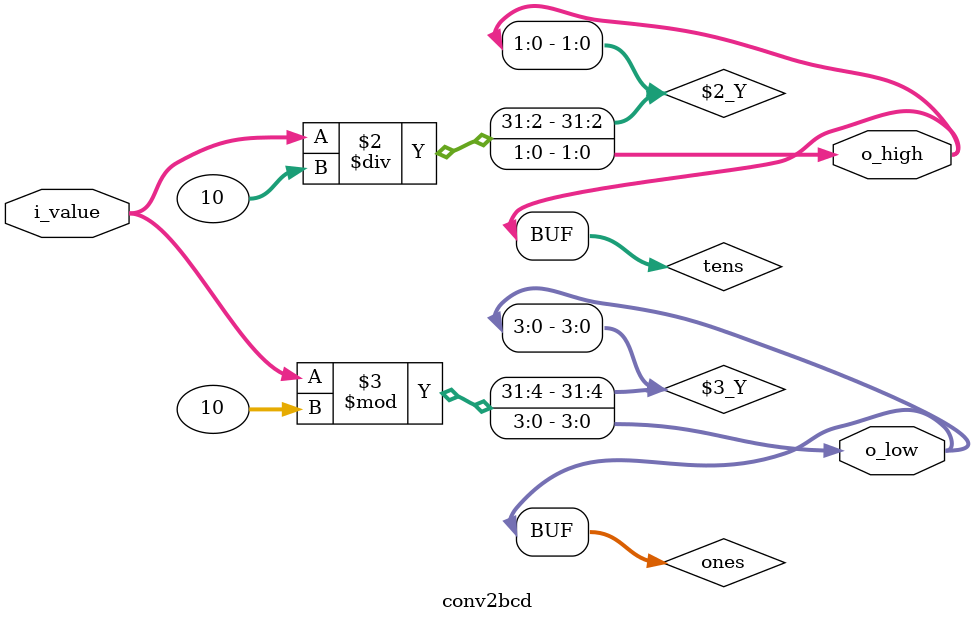
<source format=v>

`timescale 1ns / 1ps

module conv2bcd(
    input [4:0] i_value,    // coin_count | change
    output [3:0] o_low,     // low digit (0-9)
    output [1:0] o_high     // high digit (0,1,2)
    );
    
    reg [1:0] tens;
    reg [3:0] ones;
    
    always @* begin
        tens = i_value / 10;
        ones = i_value % 10;
    end
    
    assign o_low = ones;
    assign o_high = tens;
    
endmodule

</source>
